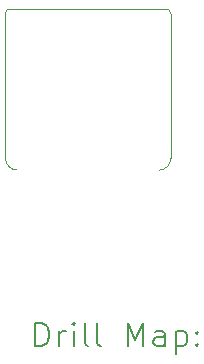
<source format=gbr>
%TF.GenerationSoftware,KiCad,Pcbnew,(6.0.9-0)*%
%TF.CreationDate,2023-01-05T13:48:52+00:00*%
%TF.ProjectId,USBA,55534241-2e6b-4696-9361-645f70636258,1*%
%TF.SameCoordinates,Original*%
%TF.FileFunction,Drillmap*%
%TF.FilePolarity,Positive*%
%FSLAX45Y45*%
G04 Gerber Fmt 4.5, Leading zero omitted, Abs format (unit mm)*
G04 Created by KiCad (PCBNEW (6.0.9-0)) date 2023-01-05 13:48:52*
%MOMM*%
%LPD*%
G01*
G04 APERTURE LIST*
%ADD10C,0.100000*%
%ADD11C,0.200000*%
G04 APERTURE END LIST*
D10*
X12850000Y-11825000D02*
X12850000Y-10600000D01*
X11450000Y-11825000D02*
G75*
G03*
X11550000Y-11925000I100000J0D01*
G01*
X11450000Y-10600000D02*
X11450000Y-11825000D01*
X11490000Y-10560000D02*
G75*
G03*
X11450000Y-10600000I0J-40000D01*
G01*
X12750000Y-11925000D02*
G75*
G03*
X12850000Y-11825000I0J100000D01*
G01*
X12810000Y-10560000D02*
X11490000Y-10560000D01*
X12850000Y-10600000D02*
G75*
G03*
X12810000Y-10560000I-40000J0D01*
G01*
D11*
X11702619Y-13416476D02*
X11702619Y-13216476D01*
X11750238Y-13216476D01*
X11778809Y-13226000D01*
X11797857Y-13245048D01*
X11807381Y-13264095D01*
X11816905Y-13302190D01*
X11816905Y-13330762D01*
X11807381Y-13368857D01*
X11797857Y-13387905D01*
X11778809Y-13406952D01*
X11750238Y-13416476D01*
X11702619Y-13416476D01*
X11902619Y-13416476D02*
X11902619Y-13283143D01*
X11902619Y-13321238D02*
X11912143Y-13302190D01*
X11921667Y-13292667D01*
X11940714Y-13283143D01*
X11959762Y-13283143D01*
X12026428Y-13416476D02*
X12026428Y-13283143D01*
X12026428Y-13216476D02*
X12016905Y-13226000D01*
X12026428Y-13235524D01*
X12035952Y-13226000D01*
X12026428Y-13216476D01*
X12026428Y-13235524D01*
X12150238Y-13416476D02*
X12131190Y-13406952D01*
X12121667Y-13387905D01*
X12121667Y-13216476D01*
X12255000Y-13416476D02*
X12235952Y-13406952D01*
X12226428Y-13387905D01*
X12226428Y-13216476D01*
X12483571Y-13416476D02*
X12483571Y-13216476D01*
X12550238Y-13359333D01*
X12616905Y-13216476D01*
X12616905Y-13416476D01*
X12797857Y-13416476D02*
X12797857Y-13311714D01*
X12788333Y-13292667D01*
X12769286Y-13283143D01*
X12731190Y-13283143D01*
X12712143Y-13292667D01*
X12797857Y-13406952D02*
X12778809Y-13416476D01*
X12731190Y-13416476D01*
X12712143Y-13406952D01*
X12702619Y-13387905D01*
X12702619Y-13368857D01*
X12712143Y-13349809D01*
X12731190Y-13340286D01*
X12778809Y-13340286D01*
X12797857Y-13330762D01*
X12893095Y-13283143D02*
X12893095Y-13483143D01*
X12893095Y-13292667D02*
X12912143Y-13283143D01*
X12950238Y-13283143D01*
X12969286Y-13292667D01*
X12978809Y-13302190D01*
X12988333Y-13321238D01*
X12988333Y-13378381D01*
X12978809Y-13397428D01*
X12969286Y-13406952D01*
X12950238Y-13416476D01*
X12912143Y-13416476D01*
X12893095Y-13406952D01*
X13074048Y-13397428D02*
X13083571Y-13406952D01*
X13074048Y-13416476D01*
X13064524Y-13406952D01*
X13074048Y-13397428D01*
X13074048Y-13416476D01*
X13074048Y-13292667D02*
X13083571Y-13302190D01*
X13074048Y-13311714D01*
X13064524Y-13302190D01*
X13074048Y-13292667D01*
X13074048Y-13311714D01*
M02*

</source>
